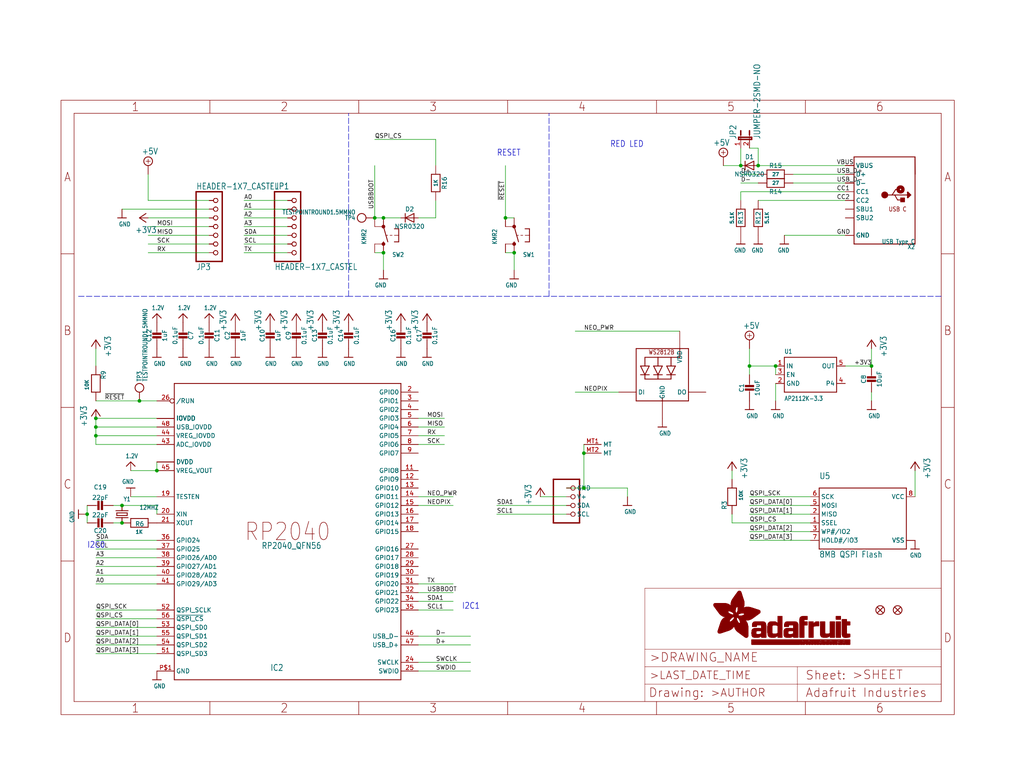
<source format=kicad_sch>
(kicad_sch (version 20211123) (generator eeschema)
  (paper "User" 298.45 228.168)
  (lib_symbols
    (symbol "schematicEagle-eagle-import:+3V3" (power)
      (property "Value" "+3V3" (at -2.54 -5.08 90))
      (symbol "+3V3_1_0"
        (pin power_in line (at 0 -2.54 90) (length 2.54) (name "+3V3") (number "1"))
      )
    )
    (symbol "schematicEagle-eagle-import:+5V" (power)
      (property "Value" "+5V" (at -1.905 3.175 0))
      (symbol "+5V_1_0"
        (pin power_in line (at 0 -2.54 90) (length 2.54) (name "+5V") (number "1"))
      )
    )
    (symbol "schematicEagle-eagle-import:1.2V" (power)
      (property "Value" "1.2V" (at -1.524 1.016 0))
      (symbol "1.2V_1_0"
        (pin power_in line (at 0 -2.54 90) (length 2.54) (name "1.2V") (number "1"))
      )
    )
    (symbol "schematicEagle-eagle-import:CAP_CERAMIC0603_NO"
      (property "Reference" "C" (at -2.29 1.25 90))
      (property "Value" "CAP_CERAMIC0603_NO" (at 2.3 1.25 90))
      (symbol "CAP_CERAMIC0603_NO_1_0"
        (pin passive line (at 0 5.08 270) (length 2.54) (name "1") (number "1"))
        (pin passive line (at 0 -2.54 90) (length 2.54) (name "2") (number "2"))
      )
    )
    (symbol "schematicEagle-eagle-import:CAP_CERAMIC0805-NOOUTLINE"
      (property "Reference" "C" (at -2.29 1.25 90))
      (property "Value" "CAP_CERAMIC0805-NOOUTLINE" (at 2.3 1.25 90))
      (symbol "CAP_CERAMIC0805-NOOUTLINE_1_0"
        (pin passive line (at 0 5.08 270) (length 2.54) (name "1") (number "1"))
        (pin passive line (at 0 -2.54 90) (length 2.54) (name "2") (number "2"))
      )
    )
    (symbol "schematicEagle-eagle-import:CAP_CERAMIC_0402NO"
      (property "Reference" "C" (at -2.29 1.25 90))
      (property "Value" "CAP_CERAMIC_0402NO" (at 2.3 1.25 90))
      (symbol "CAP_CERAMIC_0402NO_1_0"
        (pin passive line (at 0 5.08 270) (length 2.54) (name "1") (number "1"))
        (pin passive line (at 0 -2.54 90) (length 2.54) (name "2") (number "2"))
      )
    )
    (symbol "schematicEagle-eagle-import:CRYSTAL2.5X2.0"
      (property "Reference" "Y" (at -2.54 2.54 0))
      (property "Value" "CRYSTAL2.5X2.0" (at -2.54 -3.81 0))
      (symbol "CRYSTAL2.5X2.0_1_0"
        (pin passive line (at -2.54 0 0) (length 0) (name "1") (number "1"))
        (pin passive line (at 2.54 0 180) (length 0) (name "2") (number "3"))
      )
    )
    (symbol "schematicEagle-eagle-import:DIODE_SOD323MINI"
      (property "Reference" "D" (at 0 2.54 0))
      (property "Value" "DIODE_SOD323MINI" (at 0 -2.5 0))
      (symbol "DIODE_SOD323MINI_1_0"
        (pin passive line (at -2.54 0 0) (length 2.54) (name "A") (number "A"))
        (pin passive line (at 2.54 0 180) (length 2.54) (name "C") (number "C"))
      )
    )
    (symbol "schematicEagle-eagle-import:FIDUCIAL_1MM")
    (symbol "schematicEagle-eagle-import:FRAME_A4_ADAFRUIT"
      (symbol "FRAME_A4_ADAFRUIT_0_0"
        (text "1" (at 21.6958 1.905 0) (effects (font (size 2.54 2.286))))
        (text "1" (at 21.6958 177.165 0) (effects (font (size 2.54 2.286))))
        (text "2" (at 65.0875 1.905 0) (effects (font (size 2.54 2.286))))
        (text "2" (at 65.0875 177.165 0) (effects (font (size 2.54 2.286))))
        (text "3" (at 108.4792 1.905 0) (effects (font (size 2.54 2.286))))
        (text "3" (at 108.4792 177.165 0) (effects (font (size 2.54 2.286))))
        (text "4" (at 151.8708 1.905 0) (effects (font (size 2.54 2.286))))
        (text "4" (at 151.8708 177.165 0) (effects (font (size 2.54 2.286))))
        (text "5" (at 195.2625 1.905 0) (effects (font (size 2.54 2.286))))
        (text "5" (at 195.2625 177.165 0) (effects (font (size 2.54 2.286))))
        (text "6" (at 238.6542 1.905 0) (effects (font (size 2.54 2.286))))
        (text "6" (at 238.6542 177.165 0) (effects (font (size 2.54 2.286))))
        (text "A" (at 1.905 156.6863 0) (effects (font (size 2.54 2.286))))
        (text "A" (at 258.445 156.6863 0) (effects (font (size 2.54 2.286))))
        (text "B" (at 1.905 111.9188 0) (effects (font (size 2.54 2.286))))
        (text "B" (at 258.445 111.9188 0) (effects (font (size 2.54 2.286))))
        (text "C" (at 1.905 67.1513 0) (effects (font (size 2.54 2.286))))
        (text "C" (at 258.445 67.1513 0) (effects (font (size 2.54 2.286))))
        (text "D" (at 1.905 22.3838 0) (effects (font (size 2.54 2.286))))
        (text "D" (at 258.445 22.3838 0) (effects (font (size 2.54 2.286))))
      )
      (symbol "FRAME_A4_ADAFRUIT_1_0"
        (text ">AUTHOR" (at 189.23 5.08 0) (effects (font (size 2.286 2.286)) (justify left bottom)))
        (text ">DRAWING_NAME" (at 171.45 15.24 0) (effects (font (size 2.54 2.54)) (justify left bottom)))
        (text ">LAST_DATE_TIME" (at 171.45 10.16 0) (effects (font (size 2.286 2.286)) (justify left bottom)))
        (text ">SHEET" (at 230.505 10.16 0) (effects (font (size 2.54 2.54)) (justify left bottom)))
        (text "Adafruit Industries" (at 216.916 4.953 0) (effects (font (size 2.54 2.54)) (justify left bottom)))
        (text "Drawing:" (at 171.196 4.953 0) (effects (font (size 2.54 2.54)) (justify left bottom)))
        (text "Sheet:" (at 216.916 10.033 0) (effects (font (size 2.54 2.54)) (justify left bottom)))
      )
    )
    (symbol "schematicEagle-eagle-import:GND" (power)
      (property "Value" "GND" (at -1.524 -2.54 0))
      (symbol "GND_1_0"
        (pin power_in line (at 0 2.54 270) (length 2.54) (name "GND") (number "1"))
      )
    )
    (symbol "schematicEagle-eagle-import:HEADER-1X7_CASTEL"
      (property "Reference" "JP" (at -6.35 10.795 0))
      (property "Value" "HEADER-1X7_CASTEL" (at -6.35 -12.7 0))
      (symbol "HEADER-1X7_CASTEL_1_0"
        (pin passive inverted (at -2.54 7.62 0) (length 2.54) (name "1") (number "1"))
        (pin passive inverted (at -2.54 7.62 0) (length 2.54) (name "1") (number "1C"))
        (pin passive inverted (at -2.54 5.08 0) (length 2.54) (name "2") (number "2"))
        (pin passive inverted (at -2.54 5.08 0) (length 2.54) (name "2") (number "2C"))
        (pin passive inverted (at -2.54 2.54 0) (length 2.54) (name "3") (number "3"))
        (pin passive inverted (at -2.54 2.54 0) (length 2.54) (name "3") (number "3C"))
        (pin passive inverted (at -2.54 0 0) (length 2.54) (name "4") (number "4"))
        (pin passive inverted (at -2.54 0 0) (length 2.54) (name "4") (number "4C"))
        (pin passive inverted (at -2.54 -2.54 0) (length 2.54) (name "5") (number "5"))
        (pin passive inverted (at -2.54 -2.54 0) (length 2.54) (name "5") (number "5C"))
        (pin passive inverted (at -2.54 -5.08 0) (length 2.54) (name "6") (number "6"))
        (pin passive inverted (at -2.54 -5.08 0) (length 2.54) (name "6") (number "6C"))
        (pin passive inverted (at -2.54 -7.62 0) (length 2.54) (name "7") (number "7"))
        (pin passive inverted (at -2.54 -7.62 0) (length 2.54) (name "7") (number "7C"))
      )
    )
    (symbol "schematicEagle-eagle-import:JUMPER-2SMD-NO"
      (property "Reference" "JP" (at -1.27 0 90))
      (property "Value" "JUMPER-2SMD-NO" (at 5.715 0 90))
      (symbol "JUMPER-2SMD-NO_1_0"
        (pin passive line (at 0 -2.54 90) (length 2.54) (name "1") (number "1"))
        (pin passive line (at 2.54 -2.54 90) (length 2.54) (name "2") (number "2"))
      )
    )
    (symbol "schematicEagle-eagle-import:RESISTOR_0402NO"
      (property "Reference" "R" (at 0 2.54 0))
      (property "Value" "RESISTOR_0402NO" (at 0 0 0))
      (symbol "RESISTOR_0402NO_1_0"
        (pin passive line (at -5.08 0 0) (length 2.54) (name "1") (number "1"))
        (pin passive line (at 5.08 0 180) (length 2.54) (name "2") (number "2"))
      )
    )
    (symbol "schematicEagle-eagle-import:RP2040_QFN56"
      (property "Reference" "IC" (at -5.08 -40.64 0))
      (property "Value" "RP2040_QFN56" (at -27.94 45.72 0))
      (symbol "RP2040_QFN56_1_0"
        (text "RP2040" (at 0 0 0) (effects (font (size 5.08 4.318))))
        (pin power_in line (at -38.1 33.02 0) (length 5.08) (name "IOVDD") (number "1"))
        (pin power_in line (at -38.1 33.02 0) (length 5.08) (name "IOVDD") (number "10"))
        (pin bidirectional line (at 38.1 17.78 180) (length 5.08) (name "GPIO8") (number "11"))
        (pin bidirectional line (at 38.1 15.24 180) (length 5.08) (name "GPIO9") (number "12"))
        (pin bidirectional line (at 38.1 12.7 180) (length 5.08) (name "GPIO10") (number "13"))
        (pin bidirectional line (at 38.1 10.16 180) (length 5.08) (name "GPIO11") (number "14"))
        (pin bidirectional line (at 38.1 7.62 180) (length 5.08) (name "GPIO12") (number "15"))
        (pin bidirectional line (at 38.1 5.08 180) (length 5.08) (name "GPIO13") (number "16"))
        (pin bidirectional line (at 38.1 2.54 180) (length 5.08) (name "GPIO14") (number "17"))
        (pin bidirectional line (at 38.1 0 180) (length 5.08) (name "GPIO15") (number "18"))
        (pin input line (at -38.1 10.16 0) (length 5.08) (name "TESTEN") (number "19"))
        (pin bidirectional line (at 38.1 40.64 180) (length 5.08) (name "GPIO0") (number "2"))
        (pin input line (at -38.1 5.08 0) (length 5.08) (name "XIN") (number "20"))
        (pin output line (at -38.1 2.54 0) (length 5.08) (name "XOUT") (number "21"))
        (pin power_in line (at -38.1 33.02 0) (length 5.08) (name "IOVDD") (number "22"))
        (pin power_in line (at -38.1 20.32 0) (length 5.08) (name "DVDD") (number "23"))
        (pin bidirectional line (at 38.1 -38.1 180) (length 5.08) (name "SWCLK") (number "24"))
        (pin bidirectional line (at 38.1 -40.64 180) (length 5.08) (name "SWDIO") (number "25"))
        (pin bidirectional inverted (at -38.1 38.1 0) (length 5.08) (name "/RUN") (number "26"))
        (pin bidirectional line (at 38.1 -5.08 180) (length 5.08) (name "GPIO16") (number "27"))
        (pin bidirectional line (at 38.1 -7.62 180) (length 5.08) (name "GPIO17") (number "28"))
        (pin bidirectional line (at 38.1 -10.16 180) (length 5.08) (name "GPIO18") (number "29"))
        (pin bidirectional line (at 38.1 38.1 180) (length 5.08) (name "GPIO1") (number "3"))
        (pin bidirectional line (at 38.1 -12.7 180) (length 5.08) (name "GPIO19") (number "30"))
        (pin bidirectional line (at 38.1 -15.24 180) (length 5.08) (name "GPIO20") (number "31"))
        (pin bidirectional line (at 38.1 -17.78 180) (length 5.08) (name "GPIO21") (number "32"))
        (pin power_in line (at -38.1 33.02 0) (length 5.08) (name "IOVDD") (number "33"))
        (pin bidirectional line (at 38.1 -20.32 180) (length 5.08) (name "GPIO22") (number "34"))
        (pin bidirectional line (at 38.1 -22.86 180) (length 5.08) (name "GPIO23") (number "35"))
        (pin bidirectional line (at -38.1 -2.54 0) (length 5.08) (name "GPIO24") (number "36"))
        (pin bidirectional line (at -38.1 -5.08 0) (length 5.08) (name "GPIO25") (number "37"))
        (pin bidirectional line (at -38.1 -7.62 0) (length 5.08) (name "GPIO26/AD0") (number "38"))
        (pin bidirectional line (at -38.1 -10.16 0) (length 5.08) (name "GPIO27/AD1") (number "39"))
        (pin bidirectional line (at 38.1 35.56 180) (length 5.08) (name "GPIO2") (number "4"))
        (pin bidirectional line (at -38.1 -12.7 0) (length 5.08) (name "GPIO28/AD2") (number "40"))
        (pin bidirectional line (at -38.1 -15.24 0) (length 5.08) (name "GPIO29/AD3") (number "41"))
        (pin power_in line (at -38.1 33.02 0) (length 5.08) (name "IOVDD") (number "42"))
        (pin power_in line (at -38.1 25.4 0) (length 5.08) (name "ADC_IOVDD") (number "43"))
        (pin power_in line (at -38.1 27.94 0) (length 5.08) (name "VREG_IOVDD") (number "44"))
        (pin power_in line (at -38.1 17.78 0) (length 5.08) (name "VREG_VOUT") (number "45"))
        (pin bidirectional line (at 38.1 -30.48 180) (length 5.08) (name "USB_D-") (number "46"))
        (pin bidirectional line (at 38.1 -33.02 180) (length 5.08) (name "USB_D+") (number "47"))
        (pin power_in line (at -38.1 30.48 0) (length 5.08) (name "USB_IOVDD") (number "48"))
        (pin power_in line (at -38.1 33.02 0) (length 5.08) (name "IOVDD") (number "49"))
        (pin bidirectional line (at 38.1 33.02 180) (length 5.08) (name "GPIO3") (number "5"))
        (pin power_in line (at -38.1 20.32 0) (length 5.08) (name "DVDD") (number "50"))
        (pin bidirectional line (at -38.1 -35.56 0) (length 5.08) (name "QSPI_SD3") (number "51"))
        (pin bidirectional line (at -38.1 -22.86 0) (length 5.08) (name "QSPI_SCLK") (number "52"))
        (pin bidirectional line (at -38.1 -27.94 0) (length 5.08) (name "QSPI_SD0") (number "53"))
        (pin bidirectional line (at -38.1 -33.02 0) (length 5.08) (name "QSPI_SD2") (number "54"))
        (pin bidirectional line (at -38.1 -30.48 0) (length 5.08) (name "QSPI_SD1") (number "55"))
        (pin bidirectional line (at -38.1 -25.4 0) (length 5.08) (name "~{QSPI_CS}") (number "56"))
        (pin bidirectional line (at 38.1 30.48 180) (length 5.08) (name "GPIO4") (number "6"))
        (pin bidirectional line (at 38.1 27.94 180) (length 5.08) (name "GPIO5") (number "7"))
        (pin bidirectional line (at 38.1 25.4 180) (length 5.08) (name "GPIO6") (number "8"))
        (pin bidirectional line (at 38.1 22.86 180) (length 5.08) (name "GPIO7") (number "9"))
        (pin power_in line (at -38.1 -40.64 0) (length 5.08) (name "GND") (number "P$1"))
      )
    )
    (symbol "schematicEagle-eagle-import:SPIFLASH_8PIN_4X4"
      (property "Reference" "U" (at -12.7 12.7 0))
      (property "Value" "SPIFLASH_8PIN_4X4" (at -12.7 -10.16 0))
      (symbol "SPIFLASH_8PIN_4X4_1_0"
        (pin bidirectional line (at -15.24 0 0) (length 2.54) (name "SSEL") (number "1"))
        (pin bidirectional line (at -15.24 2.54 0) (length 2.54) (name "MISO") (number "2"))
        (pin bidirectional line (at -15.24 -2.54 0) (length 2.54) (name "WP#/IO2") (number "3"))
        (pin bidirectional line (at 15.24 -5.08 180) (length 2.54) (name "VSS") (number "4"))
        (pin bidirectional line (at -15.24 5.08 0) (length 2.54) (name "MOSI") (number "5"))
        (pin bidirectional line (at -15.24 7.62 0) (length 2.54) (name "SCK") (number "6"))
        (pin bidirectional line (at -15.24 -5.08 0) (length 2.54) (name "HOLD#/IO3") (number "7"))
        (pin bidirectional line (at 15.24 7.62 180) (length 2.54) (name "VCC") (number "8"))
        (pin bidirectional line (at 15.24 -5.08 180) (length 2.54) (name "VSS") (number "PAD"))
      )
    )
    (symbol "schematicEagle-eagle-import:STEMMA_I2C_QTSKINNY"
      (symbol "STEMMA_I2C_QTSKINNY_1_0"
        (pin passive inverted (at 0 5.08 0) (length 2.54) (name "GND") (number "1"))
        (pin passive inverted (at 0 2.54 0) (length 2.54) (name "V+") (number "2"))
        (pin passive inverted (at 0 0 0) (length 2.54) (name "SDA") (number "3"))
        (pin passive inverted (at 0 -2.54 0) (length 2.54) (name "SCL") (number "4"))
      )
      (symbol "STEMMA_I2C_QTSKINNY_2_0"
        (pin bidirectional line (at 0 0 0) (length 5.08) (name "MT") (number "MT1"))
      )
      (symbol "STEMMA_I2C_QTSKINNY_3_0"
        (pin bidirectional line (at 0 0 0) (length 5.08) (name "MT") (number "MT2"))
      )
    )
    (symbol "schematicEagle-eagle-import:SWITCH_TACT_SMT4.6X2.8"
      (property "Reference" "SW" (at -2.54 6.35 0))
      (property "Value" "SWITCH_TACT_SMT4.6X2.8" (at -2.54 -5.08 0))
      (symbol "SWITCH_TACT_SMT4.6X2.8_1_0"
        (pin passive line (at -5.08 0 0) (length 2.54) (name "P") (number "A"))
        (pin passive line (at -5.08 -2.54 0) (length 2.54) (name "P1") (number "A'"))
        (pin passive line (at 5.08 0 180) (length 2.54) (name "S") (number "B"))
        (pin passive line (at 5.08 -2.54 180) (length 2.54) (name "S1") (number "B'"))
      )
    )
    (symbol "schematicEagle-eagle-import:TESTPOINTROUND1.5MMNO"
      (property "Reference" "TP" (at 0 5.588 90))
      (property "Value" "TESTPOINTROUND1.5MMNO" (at 1.651 5.588 90))
      (symbol "TESTPOINTROUND1.5MMNO_1_0"
        (pin bidirectional line (at 0 0 90) (length 2.54) (name "P$1") (number "P$1"))
      )
    )
    (symbol "schematicEagle-eagle-import:USB_C"
      (property "Reference" "X" (at -10.16 13.716 0))
      (property "Value" "USB_C" (at -10.16 -15.24 0))
      (symbol "USB_C_1_0"
        (text "USB C" (at -5.08 -2.54 0) (effects (font (size 1.27 1.0795))))
        (pin power_in line (at 10.16 -10.16 180) (length 2.54) (name "GND") (number "A1B12"))
        (pin power_in line (at 10.16 10.16 180) (length 2.54) (name "VBUS") (number "A4B9"))
        (pin bidirectional line (at 10.16 2.54 180) (length 2.54) (name "CC1") (number "A5"))
        (pin bidirectional line (at 10.16 7.62 180) (length 2.54) (name "D+") (number "A6"))
        (pin bidirectional line (at 10.16 5.08 180) (length 2.54) (name "D-") (number "A7"))
        (pin bidirectional line (at 10.16 -2.54 180) (length 2.54) (name "SBU1") (number "A8"))
        (pin power_in line (at 10.16 -10.16 180) (length 2.54) (name "GND") (number "B1A12"))
        (pin power_in line (at 10.16 10.16 180) (length 2.54) (name "VBUS") (number "B4A9"))
        (pin bidirectional line (at 10.16 0 180) (length 2.54) (name "CC2") (number "B5"))
        (pin bidirectional line (at 10.16 7.62 180) (length 2.54) (name "D+") (number "B6"))
        (pin bidirectional line (at 10.16 5.08 180) (length 2.54) (name "D-") (number "B7"))
        (pin bidirectional line (at 10.16 -5.08 180) (length 2.54) (name "SBU2") (number "B8"))
      )
    )
    (symbol "schematicEagle-eagle-import:VREG_SOT23-5"
      (property "Reference" "U" (at -7.62 6.096 0))
      (property "Value" "VREG_SOT23-5" (at -7.62 -7.62 0))
      (symbol "VREG_SOT23-5_1_0"
        (pin power_in line (at -10.16 2.54 0) (length 2.54) (name "IN") (number "1"))
        (pin power_in line (at -10.16 -2.54 0) (length 2.54) (name "GND") (number "2"))
        (pin input line (at -10.16 0 0) (length 2.54) (name "EN") (number "3"))
        (pin bidirectional line (at 10.16 -2.54 180) (length 2.54) (name "P4") (number "4"))
        (pin power_in line (at 10.16 2.54 180) (length 2.54) (name "OUT") (number "5"))
      )
    )
    (symbol "schematicEagle-eagle-import:WS2812B_SK6805_1515"
      (symbol "WS2812B_SK6805_1515_1_0"
        (text "WS2812B" (at -4.064 8.382 0) (effects (font (size 1.27 1.0795)) (justify left bottom)))
        (pin input line (at -12.7 -2.54 0) (length 5.08) (name "DI") (number "1"))
        (pin power_in line (at 5.08 15.24 270) (length 5.08) (name "VDD") (number "2"))
        (pin output line (at 12.7 -2.54 180) (length 5.08) (name "DO") (number "3"))
        (pin power_in line (at 0 -10.16 90) (length 5.08) (name "GND") (number "4"))
      )
    )
  )
  (junction (at 35.56 152.4))
  (junction (at 27.94 124.46))
  (junction (at 35.56 147.32))
  (junction (at 220.98 48.26))
  (junction (at 149.86 73.66))
  (junction (at 215.9 48.26))
  (junction (at 25.4 149.86))
  (junction (at 226.06 106.68))
  (junction (at 218.44 106.68))
  (junction (at 45.72 137.16))
  (junction (at 254 106.68))
  (junction (at 111.76 63.5))
  (junction (at 170.18 142.24))
  (junction (at 40.64 116.84))
  (junction (at 111.76 73.66))
  (junction (at 170.18 132.08))
  (junction (at 109.22 63.5))
  (junction (at 147.32 63.5))
  (junction (at 27.94 127))
  (junction (at 27.94 121.92))
  (wire (pts (xy 213.36 149.86) (xy 213.36 152.4)))
  (wire (pts (xy 45.72 177.8) (xy 27.94 177.8)))
  (wire (pts (xy 83.82 73.66) (xy 71.12 73.66)))
  (wire (pts (xy 121.92 185.42) (xy 137.16 185.42)))
  (wire (pts (xy 71.12 68.58) (xy 83.82 68.58)))
  (wire (pts (xy 121.92 127) (xy 129.54 127)))
  (wire (pts (xy 132.08 177.8) (xy 121.92 177.8)))
  (wire (pts (xy 45.72 167.64) (xy 27.94 167.64)))
  (wire (pts (xy 213.36 137.16) (xy 213.36 139.7)))
  (wire (pts (xy 215.9 48.26) (xy 210.82 48.26)))
  (wire (pts (xy 45.72 134.62) (xy 45.72 137.16)))
  (wire (pts (xy 236.22 144.78) (xy 218.44 144.78)))
  (wire (pts (xy 83.82 60.96) (xy 71.12 60.96)))
  (wire (pts (xy 226.06 109.22) (xy 226.06 106.68)))
  (wire (pts (xy 218.44 109.22) (xy 218.44 106.68)))
  (wire (pts (xy 180.34 114.3) (xy 167.64 114.3)))
  (wire (pts (xy 246.38 55.88) (xy 215.9 55.88)))
  (wire (pts (xy 218.44 101.6) (xy 218.44 106.68)))
  (polyline (pts (xy 101.6 86.36) (xy 101.6 33.02)))
  (wire (pts (xy 45.72 157.48) (xy 27.94 157.48)))
  (wire (pts (xy 215.9 55.88) (xy 215.9 58.42)))
  (wire (pts (xy 228.6 68.58) (xy 246.38 68.58)))
  (wire (pts (xy 60.96 63.5) (xy 43.18 63.5)))
  (wire (pts (xy 27.94 165.1) (xy 45.72 165.1)))
  (wire (pts (xy 38.1 137.16) (xy 45.72 137.16)))
  (wire (pts (xy 27.94 190.5) (xy 45.72 190.5)))
  (wire (pts (xy 127 40.64) (xy 109.22 40.64)))
  (wire (pts (xy 60.96 73.66) (xy 43.18 73.66)))
  (wire (pts (xy 27.94 182.88) (xy 45.72 182.88)))
  (wire (pts (xy 33.02 152.4) (xy 35.56 152.4)))
  (wire (pts (xy 111.76 73.66) (xy 111.76 78.74)))
  (wire (pts (xy 27.94 101.6) (xy 27.94 106.68)))
  (wire (pts (xy 246.38 58.42) (xy 220.98 58.42)))
  (wire (pts (xy 27.94 170.18) (xy 45.72 170.18)))
  (wire (pts (xy 60.96 58.42) (xy 43.18 58.42)))
  (wire (pts (xy 213.36 152.4) (xy 236.22 152.4)))
  (wire (pts (xy 45.72 129.54) (xy 27.94 129.54)))
  (wire (pts (xy 220.98 43.18) (xy 220.98 48.26)))
  (wire (pts (xy 45.72 180.34) (xy 27.94 180.34)))
  (wire (pts (xy 60.96 66.04) (xy 43.18 66.04)))
  (wire (pts (xy 127 63.5) (xy 127 58.42)))
  (wire (pts (xy 231.14 53.34) (xy 246.38 53.34)))
  (wire (pts (xy 40.64 116.84) (xy 27.94 116.84)))
  (wire (pts (xy 27.94 124.46) (xy 27.94 121.92)))
  (wire (pts (xy 254 101.6) (xy 254 106.68)))
  (wire (pts (xy 43.18 58.42) (xy 43.18 50.8)))
  (wire (pts (xy 27.94 129.54) (xy 27.94 127)))
  (polyline (pts (xy 160.02 86.36) (xy 160.02 33.02)))
  (wire (pts (xy 25.4 149.86) (xy 25.4 147.32)))
  (wire (pts (xy 220.98 48.26) (xy 246.38 48.26)))
  (wire (pts (xy 121.92 172.72) (xy 132.08 172.72)))
  (wire (pts (xy 218.44 147.32) (xy 236.22 147.32)))
  (wire (pts (xy 27.94 185.42) (xy 45.72 185.42)))
  (wire (pts (xy 165.1 147.32) (xy 144.78 147.32)))
  (wire (pts (xy 127 48.26) (xy 127 40.64)))
  (wire (pts (xy 121.92 195.58) (xy 137.16 195.58)))
  (wire (pts (xy 215.9 53.34) (xy 220.98 53.34)))
  (wire (pts (xy 165.1 144.78) (xy 157.48 144.78)))
  (wire (pts (xy 147.32 63.5) (xy 147.32 48.26)))
  (wire (pts (xy 111.76 63.5) (xy 116.84 63.5)))
  (wire (pts (xy 45.72 116.84) (xy 40.64 116.84)))
  (polyline (pts (xy 160.02 86.36) (xy 101.6 86.36)))
  (wire (pts (xy 45.72 121.92) (xy 27.94 121.92)))
  (wire (pts (xy 60.96 68.58) (xy 43.18 68.58)))
  (wire (pts (xy 27.94 127) (xy 27.94 124.46)))
  (wire (pts (xy 121.92 63.5) (xy 127 63.5)))
  (wire (pts (xy 226.06 111.76) (xy 226.06 116.84)))
  (wire (pts (xy 60.96 71.12) (xy 43.18 71.12)))
  (wire (pts (xy 218.44 106.68) (xy 226.06 106.68)))
  (wire (pts (xy 71.12 63.5) (xy 83.82 63.5)))
  (polyline (pts (xy 274.32 86.36) (xy 160.02 86.36)))
  (wire (pts (xy 121.92 129.54) (xy 129.54 129.54)))
  (wire (pts (xy 109.22 73.66) (xy 111.76 73.66)))
  (wire (pts (xy 149.86 63.5) (xy 147.32 63.5)))
  (wire (pts (xy 111.76 63.5) (xy 109.22 63.5)))
  (wire (pts (xy 121.92 170.18) (xy 132.08 170.18)))
  (wire (pts (xy 27.94 187.96) (xy 45.72 187.96)))
  (wire (pts (xy 25.4 152.4) (xy 25.4 149.86)))
  (wire (pts (xy 45.72 127) (xy 27.94 127)))
  (wire (pts (xy 182.88 142.24) (xy 182.88 144.78)))
  (wire (pts (xy 83.82 66.04) (xy 71.12 66.04)))
  (wire (pts (xy 165.1 149.86) (xy 144.78 149.86)))
  (wire (pts (xy 60.96 60.96) (xy 35.56 60.96)))
  (wire (pts (xy 170.18 132.08) (xy 170.18 142.24)))
  (wire (pts (xy 121.92 121.92) (xy 129.54 121.92)))
  (wire (pts (xy 121.92 147.32) (xy 132.08 147.32)))
  (wire (pts (xy 236.22 149.86) (xy 218.44 149.86)))
  (wire (pts (xy 220.98 50.8) (xy 215.9 50.8)))
  (wire (pts (xy 246.38 106.68) (xy 254 106.68)))
  (wire (pts (xy 121.92 187.96) (xy 137.16 187.96)))
  (wire (pts (xy 71.12 58.42) (xy 83.82 58.42)))
  (wire (pts (xy 121.92 175.26) (xy 132.08 175.26)))
  (wire (pts (xy 215.9 48.26) (xy 215.9 43.18)))
  (wire (pts (xy 45.72 162.56) (xy 27.94 162.56)))
  (wire (pts (xy 198.12 96.52) (xy 167.64 96.52)))
  (wire (pts (xy 137.16 193.04) (xy 121.92 193.04)))
  (wire (pts (xy 246.38 50.8) (xy 231.14 50.8)))
  (wire (pts (xy 165.1 142.24) (xy 170.18 142.24)))
  (wire (pts (xy 27.94 160.02) (xy 45.72 160.02)))
  (wire (pts (xy 45.72 144.78) (xy 38.1 144.78)))
  (wire (pts (xy 236.22 154.94) (xy 218.44 154.94)))
  (wire (pts (xy 147.32 73.66) (xy 149.86 73.66)))
  (wire (pts (xy 121.92 144.78) (xy 132.08 144.78)))
  (polyline (pts (xy 22.86 86.36) (xy 101.6 86.36)))
  (wire (pts (xy 45.72 147.32) (xy 45.72 149.86)))
  (wire (pts (xy 35.56 147.32) (xy 33.02 147.32)))
  (wire (pts (xy 83.82 71.12) (xy 71.12 71.12)))
  (wire (pts (xy 45.72 124.46) (xy 27.94 124.46)))
  (wire (pts (xy 218.44 43.18) (xy 220.98 43.18)))
  (wire (pts (xy 170.18 142.24) (xy 182.88 142.24)))
  (wire (pts (xy 149.86 73.66) (xy 149.86 78.74)))
  (wire (pts (xy 218.44 157.48) (xy 236.22 157.48)))
  (wire (pts (xy 266.7 137.16) (xy 266.7 144.78)))
  (wire (pts (xy 254 116.84) (xy 254 114.3)))
  (wire (pts (xy 170.18 129.54) (xy 170.18 132.08)))
  (wire (pts (xy 35.56 147.32) (xy 45.72 147.32)))
  (wire (pts (xy 109.22 63.5) (xy 109.22 48.26)))
  (wire (pts (xy 121.92 124.46) (xy 129.54 124.46)))
  (text "I2C1" (at 134.62 177.8 180) (effects (font (size 1.778 1.5113)) (justify left bottom)))
  (text "I2C0" (at 25.4 160.02 180) (effects (font (size 1.778 1.5113)) (justify left bottom)))
  (text "RED LED" (at 177.8 43.18 180) (effects (font (size 1.778 1.5113)) (justify left bottom)))
  (text "RESET" (at 144.78 45.72 180) (effects (font (size 1.778 1.5113)) (justify left bottom)))
  (label "SCK" (at 124.46 129.54 0) (effects (font (size 1.2446 1.2446))))
  (label "USB_D+" (at 243.84 50.8 0) (effects (font (size 1.2446 1.2446))))
  (label "QSPI_DATA[0]" (at 27.94 182.88 0) (effects (font (size 1.2446 1.2446))))
  (label "QSPI_DATA[3]" (at 27.94 190.5 0) (effects (font (size 1.2446 1.2446))))
  (label "QSPI_DATA[1]" (at 27.94 185.42 0) (effects (font (size 1.2446 1.2446))))
  (label "QSPI_CS" (at 27.94 180.34 0) (effects (font (size 1.2446 1.2446))))
  (label "QSPI_DATA[1]" (at 218.44 149.86 0) (effects (font (size 1.2446 1.2446))))
  (label "A2" (at 71.12 63.5 0) (effects (font (size 1.2446 1.2446))))
  (label "SCK" (at 45.72 71.12 0) (effects (font (size 1.2446 1.2446))))
  (label "D+" (at 215.9 50.8 0) (effects (font (size 1.2446 1.2446))))
  (label "D-" (at 215.9 53.34 0) (effects (font (size 1.2446 1.2446))))
  (label "USBBOOT" (at 109.22 60.96 90) (effects (font (size 1.2446 1.2446))))
  (label "QSPI_SCK" (at 218.44 144.78 0) (effects (font (size 1.2446 1.2446))))
  (label "NEO_PWR" (at 124.46 144.78 0) (effects (font (size 1.2446 1.2446))))
  (label "A2" (at 27.94 165.1 0) (effects (font (size 1.2446 1.2446))))
  (label "TX" (at 124.46 170.18 0) (effects (font (size 1.2446 1.2446))))
  (label "NEO_PWR" (at 170.18 96.52 0) (effects (font (size 1.2446 1.2446))))
  (label "A1" (at 71.12 60.96 0) (effects (font (size 1.2446 1.2446))))
  (label "~{RESET}" (at 30.48 116.84 0) (effects (font (size 1.2446 1.2446))))
  (label "SDA" (at 71.12 68.58 0) (effects (font (size 1.2446 1.2446))))
  (label "QSPI_SCK" (at 27.94 177.8 0) (effects (font (size 1.2446 1.2446))))
  (label "RX" (at 45.72 73.66 0) (effects (font (size 1.2446 1.2446))))
  (label "GND" (at 243.84 68.58 0) (effects (font (size 1.2446 1.2446))))
  (label "A3" (at 27.94 162.56 0) (effects (font (size 1.2446 1.2446))))
  (label "USB_D-" (at 243.84 53.34 0) (effects (font (size 1.2446 1.2446))))
  (label "SWDIO" (at 127 195.58 0) (effects (font (size 1.2446 1.2446))))
  (label "QSPI_DATA[2]" (at 218.44 154.94 0) (effects (font (size 1.2446 1.2446))))
  (label "A0" (at 27.94 170.18 0) (effects (font (size 1.2446 1.2446))))
  (label "SCL1" (at 124.46 177.8 0) (effects (font (size 1.2446 1.2446))))
  (label "MOSI" (at 45.72 66.04 0) (effects (font (size 1.2446 1.2446))))
  (label "QSPI_DATA[3]" (at 218.44 157.48 0) (effects (font (size 1.2446 1.2446))))
  (label "~{RESET}" (at 147.32 58.42 90) (effects (font (size 1.2446 1.2446))))
  (label "SDA" (at 27.94 157.48 0) (effects (font (size 1.2446 1.2446))))
  (label "QSPI_DATA[0]" (at 218.44 147.32 0) (effects (font (size 1.2446 1.2446))))
  (label "A0" (at 71.12 58.42 0) (effects (font (size 1.2446 1.2446))))
  (label "CC1" (at 243.84 55.88 0) (effects (font (size 1.2446 1.2446))))
  (label "+3V3" (at 248.92 106.68 0) (effects (font (size 1.2446 1.2446))))
  (label "A3" (at 71.12 66.04 0) (effects (font (size 1.2446 1.2446))))
  (label "CC2" (at 243.84 58.42 0) (effects (font (size 1.2446 1.2446))))
  (label "SDA1" (at 124.46 175.26 0) (effects (font (size 1.2446 1.2446))))
  (label "SDA1" (at 144.78 147.32 0) (effects (font (size 1.2446 1.2446))))
  (label "SCL" (at 71.12 71.12 0) (effects (font (size 1.2446 1.2446))))
  (label "A1" (at 27.94 167.64 0) (effects (font (size 1.2446 1.2446))))
  (label "NEOPIX" (at 124.46 147.32 0) (effects (font (size 1.2446 1.2446))))
  (label "D-" (at 127 185.42 0) (effects (font (size 1.2446 1.2446))))
  (label "D+" (at 127 187.96 0) (effects (font (size 1.2446 1.2446))))
  (label "RX" (at 124.46 127 0) (effects (font (size 1.2446 1.2446))))
  (label "NEOPIX" (at 170.18 114.3 0) (effects (font (size 1.2446 1.2446))))
  (label "MISO" (at 124.46 124.46 0) (effects (font (size 1.2446 1.2446))))
  (label "USBBOOT" (at 124.46 172.72 0) (effects (font (size 1.2446 1.2446))))
  (label "QSPI_CS" (at 109.22 40.64 0) (effects (font (size 1.2446 1.2446))))
  (label "VBUS" (at 243.84 48.26 0) (effects (font (size 1.2446 1.2446))))
  (label "SWCLK" (at 127 193.04 0) (effects (font (size 1.2446 1.2446))))
  (label "QSPI_CS" (at 218.44 152.4 0) (effects (font (size 1.2446 1.2446))))
  (label "SCL" (at 27.94 160.02 0) (effects (font (size 1.2446 1.2446))))
  (label "SCL1" (at 144.78 149.86 0) (effects (font (size 1.2446 1.2446))))
  (label "TX" (at 71.12 73.66 0) (effects (font (size 1.2446 1.2446))))
  (label "MOSI" (at 124.46 121.92 0) (effects (font (size 1.2446 1.2446))))
  (label "MISO" (at 45.72 68.58 0) (effects (font (size 1.2446 1.2446))))
  (label "QSPI_DATA[2]" (at 27.94 187.96 0) (effects (font (size 1.2446 1.2446))))
  (symbol (lib_id "schematicEagle-eagle-import:RESISTOR_0402NO") (at 220.98 63.5 270) (mirror x) (unit 1)
    (property "Reference" "R12" (at 220.98 63.5 0))
    (property "Value" "5.1K" (at 223.52 63.5 0) (effects (font (size 1.016 1.016) bold)))
    (property "Footprint" "schematicEagle:_0402NO" (effects hide))
  )
  (symbol (lib_id "schematicEagle-eagle-import:CAP_CERAMIC_0402NO") (at 86.36 99.06 0) (unit 1)
    (property "Reference" "C9" (at 84.07 97.81 90))
    (property "Value" "0.1uF" (at 88.66 97.81 90))
    (property "Footprint" "schematicEagle:_0402NO" (effects hide))
  )
  (symbol (lib_id "schematicEagle-eagle-import:+3V3") (at 254 99.06 0) (mirror y) (unit 1)
    (property "Reference" "#+3V1" (effects hide))
    (property "Value" "+3V3" (at 256.54 104.14 90) (effects (font (size 1.778 1.5113)) (justify left bottom)))
    (property "Footprint" "schematicEagle:" (effects hide))
  )
  (symbol (lib_id "schematicEagle-eagle-import:+3V3") (at 78.74 91.44 0) (unit 1)
    (property "Reference" "#+3V10" (effects hide))
    (property "Value" "+3V3" (at 76.2 96.52 90) (effects (font (size 1.778 1.5113)) (justify left bottom)))
    (property "Footprint" "schematicEagle:" (effects hide))
  )
  (symbol (lib_id "schematicEagle-eagle-import:CAP_CERAMIC0603_NO") (at 68.58 99.06 0) (unit 1)
    (property "Reference" "C2" (at 66.29 97.81 90))
    (property "Value" "1uF" (at 70.88 97.81 90))
    (property "Footprint" "schematicEagle:0603-NO" (effects hide))
  )
  (symbol (lib_id "schematicEagle-eagle-import:FIDUCIAL_1MM") (at 256.54 177.8 0) (unit 1)
    (property "Reference" "U$8" (effects hide))
    (property "Value" "FIDUCIAL_1MM" (effects hide))
    (property "Footprint" "schematicEagle:FIDUCIAL_1MM" (effects hide))
  )
  (symbol (lib_id "schematicEagle-eagle-import:CAP_CERAMIC_0402NO") (at 93.98 99.06 0) (unit 1)
    (property "Reference" "C13" (at 91.69 97.81 90))
    (property "Value" "0.1uF" (at 96.28 97.81 90))
    (property "Footprint" "schematicEagle:_0402NO" (effects hide))
  )
  (symbol (lib_id "schematicEagle-eagle-import:+3V3") (at 157.48 142.24 0) (unit 1)
    (property "Reference" "#+3V4" (effects hide))
    (property "Value" "+3V3" (at 154.94 147.32 90) (effects (font (size 1.778 1.5113)) (justify left bottom)))
    (property "Footprint" "schematicEagle:" (effects hide))
  )
  (symbol (lib_id "schematicEagle-eagle-import:+3V3") (at 93.98 91.44 0) (unit 1)
    (property "Reference" "#+3V12" (effects hide))
    (property "Value" "+3V3" (at 91.44 96.52 90) (effects (font (size 1.778 1.5113)) (justify left bottom)))
    (property "Footprint" "schematicEagle:" (effects hide))
  )
  (symbol (lib_id "schematicEagle-eagle-import:GND") (at 60.96 104.14 0) (mirror y) (unit 1)
    (property "Reference" "#GND20" (effects hide))
    (property "Value" "GND" (at 63.5 106.68 0) (effects (font (size 1.27 1.0795)) (justify left bottom)))
    (property "Footprint" "schematicEagle:" (effects hide))
  )
  (symbol (lib_id "schematicEagle-eagle-import:1.2V") (at 60.96 91.44 0) (unit 1)
    (property "Reference" "#U$45" (effects hide))
    (property "Value" "1.2V" (at 59.436 90.424 0) (effects (font (size 1.27 1.0795)) (justify left bottom)))
    (property "Footprint" "schematicEagle:" (effects hide))
  )
  (symbol (lib_id "schematicEagle-eagle-import:GND") (at 254 119.38 0) (mirror y) (unit 1)
    (property "Reference" "#GND12" (effects hide))
    (property "Value" "GND" (at 256.54 121.92 0) (effects (font (size 1.27 1.0795)) (justify left bottom)))
    (property "Footprint" "schematicEagle:" (effects hide))
  )
  (symbol (lib_id "schematicEagle-eagle-import:+3V3") (at 101.6 91.44 0) (unit 1)
    (property "Reference" "#+3V13" (effects hide))
    (property "Value" "+3V3" (at 99.06 96.52 90) (effects (font (size 1.778 1.5113)) (justify left bottom)))
    (property "Footprint" "schematicEagle:" (effects hide))
  )
  (symbol (lib_id "schematicEagle-eagle-import:RESISTOR_0402NO") (at 226.06 50.8 0) (mirror y) (unit 1)
    (property "Reference" "R15" (at 226.06 48.26 0))
    (property "Value" "27" (at 226.06 50.8 0) (effects (font (size 1.016 1.016) bold)))
    (property "Footprint" "schematicEagle:_0402NO" (effects hide))
  )
  (symbol (lib_id "schematicEagle-eagle-import:CAP_CERAMIC_0402NO") (at 116.84 99.06 0) (unit 1)
    (property "Reference" "C16" (at 114.55 97.81 90))
    (property "Value" "0.1uF" (at 119.14 97.81 90))
    (property "Footprint" "schematicEagle:_0402NO" (effects hide))
  )
  (symbol (lib_id "schematicEagle-eagle-import:1.2V") (at 53.34 91.44 0) (unit 1)
    (property "Reference" "#U$43" (effects hide))
    (property "Value" "1.2V" (at 51.816 90.424 0) (effects (font (size 1.27 1.0795)) (justify left bottom)))
    (property "Footprint" "schematicEagle:" (effects hide))
  )
  (symbol (lib_id "schematicEagle-eagle-import:GND") (at 45.72 198.12 0) (mirror y) (unit 1)
    (property "Reference" "#GND16" (effects hide))
    (property "Value" "GND" (at 48.26 200.66 0) (effects (font (size 1.27 1.0795)) (justify left bottom)))
    (property "Footprint" "schematicEagle:" (effects hide))
  )
  (symbol (lib_id "schematicEagle-eagle-import:GND") (at 101.6 104.14 0) (unit 1)
    (property "Reference" "#U$50" (effects hide))
    (property "Value" "GND" (at 100.076 106.68 0) (effects (font (size 1.27 1.0795)) (justify left bottom)))
    (property "Footprint" "schematicEagle:" (effects hide))
  )
  (symbol (lib_id "schematicEagle-eagle-import:GND") (at 215.9 71.12 0) (mirror y) (unit 1)
    (property "Reference" "#U$28" (effects hide))
    (property "Value" "GND" (at 217.424 73.66 0) (effects (font (size 1.27 1.0795)) (justify left bottom)))
    (property "Footprint" "schematicEagle:" (effects hide))
  )
  (symbol (lib_id "schematicEagle-eagle-import:GND") (at 45.72 104.14 0) (mirror y) (unit 1)
    (property "Reference" "#GND21" (effects hide))
    (property "Value" "GND" (at 48.26 106.68 0) (effects (font (size 1.27 1.0795)) (justify left bottom)))
    (property "Footprint" "schematicEagle:" (effects hide))
  )
  (symbol (lib_id "schematicEagle-eagle-import:CAP_CERAMIC0603_NO") (at 45.72 99.06 0) (unit 1)
    (property "Reference" "C12" (at 43.43 97.81 90))
    (property "Value" "1uF" (at 48.02 97.81 90))
    (property "Footprint" "schematicEagle:0603-NO" (effects hide))
  )
  (symbol (lib_id "schematicEagle-eagle-import:GND") (at 182.88 147.32 0) (mirror y) (unit 1)
    (property "Reference" "#GND8" (effects hide))
    (property "Value" "GND" (at 185.42 149.86 0) (effects (font (size 1.27 1.0795)) (justify left bottom)))
    (property "Footprint" "schematicEagle:" (effects hide))
  )
  (symbol (lib_id "schematicEagle-eagle-import:+3V3") (at 213.36 134.62 0) (mirror y) (unit 1)
    (property "Reference" "#+3V8" (effects hide))
    (property "Value" "+3V3" (at 215.9 139.7 90) (effects (font (size 1.778 1.5113)) (justify left bottom)))
    (property "Footprint" "schematicEagle:" (effects hide))
  )
  (symbol (lib_id "schematicEagle-eagle-import:GND") (at 226.06 119.38 0) (mirror y) (unit 1)
    (property "Reference" "#GND1" (effects hide))
    (property "Value" "GND" (at 228.6 121.92 0) (effects (font (size 1.27 1.0795)) (justify left bottom)))
    (property "Footprint" "schematicEagle:" (effects hide))
  )
  (symbol (lib_id "schematicEagle-eagle-import:CAP_CERAMIC_0402NO") (at 30.48 147.32 90) (unit 1)
    (property "Reference" "C19" (at 29.23 141.99 90))
    (property "Value" "22pF" (at 29.23 145.02 90))
    (property "Footprint" "schematicEagle:_0402NO" (effects hide))
  )
  (symbol (lib_id "schematicEagle-eagle-import:SPIFLASH_8PIN_4X4") (at 251.46 152.4 0) (unit 1)
    (property "Reference" "U5" (at 238.76 139.7 0) (effects (font (size 1.778 1.5113)) (justify left bottom)))
    (property "Value" "8MB QSPI Flash" (at 238.76 162.56 0) (effects (font (size 1.778 1.5113)) (justify left bottom)))
    (property "Footprint" "schematicEagle:USON8_4X4" (effects hide))
  )
  (symbol (lib_id "schematicEagle-eagle-import:CAP_CERAMIC_0402NO") (at 101.6 99.06 0) (unit 1)
    (property "Reference" "C14" (at 99.31 97.81 90))
    (property "Value" "0.1uF" (at 103.9 97.81 90))
    (property "Footprint" "schematicEagle:_0402NO" (effects hide))
  )
  (symbol (lib_id "schematicEagle-eagle-import:GND") (at 149.86 81.28 0) (unit 1)
    (property "Reference" "#GND4" (effects hide))
    (property "Value" "GND" (at 147.32 83.82 0) (effects (font (size 1.27 1.0795)) (justify left bottom)))
    (property "Footprint" "schematicEagle:" (effects hide))
  )
  (symbol (lib_id "schematicEagle-eagle-import:GND") (at 86.36 104.14 0) (unit 1)
    (property "Reference" "#U$48" (effects hide))
    (property "Value" "GND" (at 84.836 106.68 0) (effects (font (size 1.27 1.0795)) (justify left bottom)))
    (property "Footprint" "schematicEagle:" (effects hide))
  )
  (symbol (lib_id "schematicEagle-eagle-import:RESISTOR_0402NO") (at 226.06 53.34 0) (mirror y) (unit 1)
    (property "Reference" "R14" (at 226.06 55.88 0))
    (property "Value" "27" (at 226.06 53.34 0) (effects (font (size 1.016 1.016) bold)))
    (property "Footprint" "schematicEagle:_0402NO" (effects hide))
  )
  (symbol (lib_id "schematicEagle-eagle-import:RESISTOR_0402NO") (at 213.36 144.78 90) (unit 1)
    (property "Reference" "R3" (at 211.8614 148.59 0) (effects (justify left bottom)))
    (property "Value" "10K" (at 216.662 146.05 0) (effects (font (size 1.016 1.016) bold) (justify left bottom)))
    (property "Footprint" "schematicEagle:_0402NO" (effects hide))
  )
  (symbol (lib_id "schematicEagle-eagle-import:GND") (at 111.76 81.28 0) (unit 1)
    (property "Reference" "#GND23" (effects hide))
    (property "Value" "GND" (at 109.22 83.82 0) (effects (font (size 1.27 1.0795)) (justify left bottom)))
    (property "Footprint" "schematicEagle:" (effects hide))
  )
  (symbol (lib_id "schematicEagle-eagle-import:SWITCH_TACT_SMT4.6X2.8") (at 149.86 68.58 270) (unit 1)
    (property "Reference" "SW1" (at 152.4 74.93 90) (effects (font (size 1.27 1.0795)) (justify left bottom)))
    (property "Value" "KMR2" (at 143.51 66.675 0) (effects (font (size 1.27 1.0795)) (justify left bottom)))
    (property "Footprint" "schematicEagle:BTN_KMR2_4.6X2.8" (effects hide))
  )
  (symbol (lib_id "schematicEagle-eagle-import:+3V3") (at 266.7 134.62 0) (mirror y) (unit 1)
    (property "Reference" "#+3V5" (effects hide))
    (property "Value" "+3V3" (at 269.24 139.7 90) (effects (font (size 1.778 1.5113)) (justify left bottom)))
    (property "Footprint" "schematicEagle:" (effects hide))
  )
  (symbol (lib_id "schematicEagle-eagle-import:GND") (at 218.44 119.38 0) (mirror y) (unit 1)
    (property "Reference" "#GND3" (effects hide))
    (property "Value" "GND" (at 220.98 121.92 0) (effects (font (size 1.27 1.0795)) (justify left bottom)))
    (property "Footprint" "schematicEagle:" (effects hide))
  )
  (symbol (lib_id "schematicEagle-eagle-import:GND") (at 220.98 71.12 0) (mirror y) (unit 1)
    (property "Reference" "#U$24" (effects hide))
    (property "Value" "GND" (at 222.504 73.66 0) (effects (font (size 1.27 1.0795)) (justify left bottom)))
    (property "Footprint" "schematicEagle:" (effects hide))
  )
  (symbol (lib_id "schematicEagle-eagle-import:+3V3") (at 68.58 91.44 0) (unit 1)
    (property "Reference" "#+3V7" (effects hide))
    (property "Value" "+3V3" (at 66.04 96.52 90) (effects (font (size 1.778 1.5113)) (justify left bottom)))
    (property "Footprint" "schematicEagle:" (effects hide))
  )
  (symbol (lib_id "schematicEagle-eagle-import:TESTPOINTROUND1.5MMNO") (at 109.22 63.5 90) (unit 1)
    (property "Reference" "TP4" (at 103.632 63.5 90) (effects (font (size 1.27 1.0795)) (justify left)))
    (property "Value" "TESTPOINTROUND1.5MMNO" (at 103.632 61.849 90) (effects (font (size 1.27 1.0795)) (justify left)))
    (property "Footprint" "schematicEagle:TESTPOINT_ROUND_1.5MM_NO" (effects hide))
  )
  (symbol (lib_id "schematicEagle-eagle-import:+5V") (at 43.18 48.26 0) (unit 1)
    (property "Reference" "#SUPPLY3" (effects hide))
    (property "Value" "+5V" (at 41.275 45.085 0) (effects (font (size 1.778 1.5113)) (justify left bottom)))
    (property "Footprint" "schematicEagle:" (effects hide))
  )
  (symbol (lib_id "schematicEagle-eagle-import:FIDUCIAL_1MM") (at 261.62 177.8 0) (unit 1)
    (property "Reference" "U$6" (effects hide))
    (property "Value" "FIDUCIAL_1MM" (effects hide))
    (property "Footprint" "schematicEagle:FIDUCIAL_1MM" (effects hide))
  )
  (symbol (lib_id "schematicEagle-eagle-import:+5V") (at 218.44 99.06 0) (unit 1)
    (property "Reference" "#SUPPLY1" (effects hide))
    (property "Value" "+5V" (at 216.535 95.885 0) (effects (font (size 1.778 1.5113)) (justify left bottom)))
    (property "Footprint" "schematicEagle:" (effects hide))
  )
  (symbol (lib_id "schematicEagle-eagle-import:+3V3") (at 40.64 63.5 90) (unit 1)
    (property "Reference" "#+3V2" (effects hide))
    (property "Value" "+3V3" (at 45.72 66.04 90) (effects (font (size 1.778 1.5113)) (justify left bottom)))
    (property "Footprint" "schematicEagle:" (effects hide))
  )
  (symbol (lib_id "schematicEagle-eagle-import:CAP_CERAMIC_0402NO") (at 53.34 96.52 180) (unit 1)
    (property "Reference" "C7" (at 55.63 97.77 90))
    (property "Value" "0.1uF" (at 51.04 97.77 90))
    (property "Footprint" "schematicEagle:_0402NO" (effects hide))
  )
  (symbol (lib_id "schematicEagle-eagle-import:+5V") (at 210.82 45.72 0) (mirror y) (unit 1)
    (property "Reference" "#SUPPLY2" (effects hide))
    (property "Value" "+5V" (at 212.725 42.545 0) (effects (font (size 1.778 1.5113)) (justify left bottom)))
    (property "Footprint" "schematicEagle:" (effects hide))
  )
  (symbol (lib_id "schematicEagle-eagle-import:FRAME_A4_ADAFRUIT") (at 17.78 208.28 0) (unit 1)
    (property "Reference" "#U$42" (effects hide))
    (property "Value" "FRAME_A4_ADAFRUIT" (effects hide))
    (property "Footprint" "schematicEagle:" (effects hide))
  )
  (symbol (lib_id "schematicEagle-eagle-import:STEMMA_I2C_QTSKINNY") (at 170.18 132.08 0) (unit 3)
    (property "Reference" "CONN1" (effects hide))
    (property "Value" "STEMMA_I2C_QTSKINNY" (effects hide))
    (property "Footprint" "schematicEagle:JST_SH4_SKINNY" (effects hide))
  )
  (symbol (lib_id "schematicEagle-eagle-import:RESISTOR_0402NO") (at 127 53.34 270) (unit 1)
    (property "Reference" "R16" (at 129.54 53.34 0))
    (property "Value" "1K" (at 127 53.34 0) (effects (font (size 1.016 1.016) bold)))
    (property "Footprint" "schematicEagle:_0402NO" (effects hide))
  )
  (symbol (lib_id "schematicEagle-eagle-import:RP2040_QFN56") (at 83.82 154.94 0) (unit 1)
    (property "Reference" "IC2" (at 78.74 195.58 0) (effects (font (size 1.778 1.5113)) (justify left bottom)))
    (property "Value" "RP2040_QFN56" (at 76.2 160.02 0) (effects (font (size 1.778 1.5113)) (justify left bottom)))
    (property "Footprint" "schematicEagle:QFN56_7MM_REDUCEDEPAD" (effects hide))
  )
  (symbol (lib_id "schematicEagle-eagle-import:GND") (at 22.86 149.86 270) (mirror x) (unit 1)
    (property "Reference" "#GND14" (effects hide))
    (property "Value" "GND" (at 20.32 152.4 0) (effects (font (size 1.27 1.0795)) (justify left bottom)))
    (property "Footprint" "schematicEagle:" (effects hide))
  )
  (symbol (lib_id "schematicEagle-eagle-import:STEMMA_I2C_QTSKINNY") (at 170.18 129.54 0) (unit 2)
    (property "Reference" "CONN1" (effects hide))
    (property "Value" "STEMMA_I2C_QTSKINNY" (effects hide))
    (property "Footprint" "schematicEagle:JST_SH4_SKINNY" (effects hide))
  )
  (symbol (lib_id "schematicEagle-eagle-import:RESISTOR_0402NO") (at 215.9 63.5 270) (mirror x) (unit 1)
    (property "Reference" "R13" (at 215.9 63.5 0))
    (property "Value" "5.1K" (at 213.36 63.5 0) (effects (font (size 1.016 1.016) bold)))
    (property "Footprint" "schematicEagle:_0402NO" (effects hide))
  )
  (symbol (lib_id "schematicEagle-eagle-import:GND") (at 124.46 104.14 0) (unit 1)
    (property "Reference" "#U$53" (effects hide))
    (property "Value" "GND" (at 122.936 106.68 0) (effects (font (size 1.27 1.0795)) (justify left bottom)))
    (property "Footprint" "schematicEagle:" (effects hide))
  )
  (symbol (lib_id "schematicEagle-eagle-import:CAP_CERAMIC_0402NO") (at 30.48 152.4 90) (unit 1)
    (property "Reference" "C20" (at 29.23 154.69 90))
    (property "Value" "22pF" (at 29.23 150.1 90))
    (property "Footprint" "schematicEagle:_0402NO" (effects hide))
  )
  (symbol (lib_id "schematicEagle-eagle-import:1.2V") (at 38.1 134.62 0) (unit 1)
    (property "Reference" "#U$40" (effects hide))
    (property "Value" "1.2V" (at 36.576 133.604 0) (effects (font (size 1.27 1.0795)) (justify left bottom)))
    (property "Footprint" "schematicEagle:" (effects hide))
  )
  (symbol (lib_id "schematicEagle-eagle-import:SWITCH_TACT_SMT4.6X2.8") (at 111.76 68.58 270) (unit 1)
    (property "Reference" "SW2" (at 114.3 74.93 90) (effects (font (size 1.27 1.0795)) (justify left bottom)))
    (property "Value" "KMR2" (at 105.41 66.675 0) (effects (font (size 1.27 1.0795)) (justify left bottom)))
    (property "Footprint" "schematicEagle:BTN_KMR2_4.6X2.8" (effects hide))
  )
  (symbol (lib_id "schematicEagle-eagle-import:GND") (at 193.04 124.46 0) (mirror y) (unit 1)
    (property "Reference" "#GND6" (effects hide))
    (property "Value" "GND" (at 195.58 127 0) (effects (font (size 1.27 1.0795)) (justify left bottom)))
    (property "Footprint" "schematicEagle:" (effects hide))
  )
  (symbol (lib_id "schematicEagle-eagle-import:CRYSTAL2.5X2.0") (at 35.56 149.86 90) (unit 1)
    (property "Reference" "Y1" (at 38.1 144.78 90) (effects (font (size 1.27 1.0795)) (justify left bottom)))
    (property "Value" "12MHZ" (at 40.64 148.59 90) (effects (font (size 1.27 1.0795)) (justify right top)))
    (property "Footprint" "schematicEagle:CRYSTAL_2.5X2" (effects hide))
  )
  (symbol (lib_id "schematicEagle-eagle-import:CAP_CERAMIC_0402NO") (at 60.96 96.52 180) (unit 1)
    (property "Reference" "C11" (at 63.25 97.77 90))
    (property "Value" "0.1uF" (at 58.66 97.77 90))
    (property "Footprint" "schematicEagle:_0402NO" (effects hide))
  )
  (symbol (lib_id "schematicEagle-eagle-import:GND") (at 68.58 104.14 0) (unit 1)
    (property "Reference" "#U$3" (effects hide))
    (property "Value" "GND" (at 67.056 106.68 0) (effects (font (size 1.27 1.0795)) (justify left bottom)))
    (property "Footprint" "schematicEagle:" (effects hide))
  )
  (symbol (lib_id "schematicEagle-eagle-import:CAP_CERAMIC0805-NOOUTLINE") (at 218.44 114.3 0) (unit 1)
    (property "Reference" "C1" (at 216.15 113.05 90))
    (property "Value" "10uF" (at 220.74 113.05 90))
    (property "Footprint" "schematicEagle:0805-NO" (effects hide))
  )
  (symbol (lib_id "schematicEagle-eagle-import:RESISTOR_0402NO") (at 27.94 111.76 270) (unit 1)
    (property "Reference" "R9" (at 29.4386 107.95 0) (effects (justify left bottom)))
    (property "Value" "10K" (at 24.638 110.49 0) (effects (font (size 1.016 1.016) bold) (justify left bottom)))
    (property "Footprint" "schematicEagle:_0402NO" (effects hide))
  )
  (symbol (lib_id "schematicEagle-eagle-import:1.2V") (at 45.72 91.44 0) (unit 1)
    (property "Reference" "#U$46" (effects hide))
    (property "Value" "1.2V" (at 44.196 90.424 0) (effects (font (size 1.27 1.0795)) (justify left bottom)))
    (property "Footprint" "schematicEagle:" (effects hide))
  )
  (symbol (lib_id "schematicEagle-eagle-import:GND") (at 116.84 104.14 0) (unit 1)
    (property "Reference" "#U$52" (effects hide))
    (property "Value" "GND" (at 115.316 106.68 0) (effects (font (size 1.27 1.0795)) (justify left bottom)))
    (property "Footprint" "schematicEagle:" (effects hide))
  )
  (symbol (lib_id "schematicEagle-eagle-import:+3V3") (at 27.94 99.06 0) (mirror y) (unit 1)
    (property "Reference" "#+3V3" (effects hide))
    (property "Value" "+3V3" (at 30.48 104.14 90) (effects (font (size 1.778 1.5113)) (justify left bottom)))
    (property "Footprint" "schematicEagle:" (effects hide))
  )
  (symbol (lib_id "schematicEagle-eagle-import:+3V3") (at 86.36 91.44 0) (unit 1)
    (property "Reference" "#+3V11" (effects hide))
    (property "Value" "+3V3" (at 83.82 96.52 90) (effects (font (size 1.778 1.5113)) (justify left bottom)))
    (property "Footprint" "schematicEagle:" (effects hide))
  )
  (symbol (lib_id "schematicEagle-eagle-import:CAP_CERAMIC0805-NOOUTLINE") (at 254 111.76 0) (unit 1)
    (property "Reference" "C8" (at 251.71 110.51 90))
    (property "Value" "10uF" (at 256.3 110.51 90))
    (property "Footprint" "schematicEagle:0805-NO" (effects hide))
  )
  (symbol (lib_id "schematicEagle-eagle-import:+3V3") (at 124.46 91.44 0) (unit 1)
    (property "Reference" "#+3V16" (effects hide))
    (property "Value" "+3V3" (at 121.92 96.52 90) (effects (font (size 1.778 1.5113)) (justify left bottom)))
    (property "Footprint" "schematicEagle:" (effects hide))
  )
  (symbol (lib_id "schematicEagle-eagle-import:HEADER-1X7_CASTEL") (at 63.5 66.04 0) (mirror x) (unit 1)
    (property "Reference" "JP3" (at 57.15 76.835 0) (effects (font (size 1.778 1.5113)) (justify left bottom)))
    (property "Value" "HEADER-1X7_CASTEL" (at 57.15 53.34 0) (effects (font (size 1.778 1.5113)) (justify left bottom)))
    (property "Footprint" "schematicEagle:1X07_CASTEL" (effects hide))
  )
  (symbol (lib_id "schematicEagle-eagle-import:+3V3") (at 116.84 91.44 0) (unit 1)
    (property "Reference" "#+3V15" (effects hide))
    (property "Value" "+3V3" (at 114.3 96.52 90) (effects (font (size 1.778 1.5113)) (justify left bottom)))
    (property "Footprint" "schematicEagle:" (effects hide))
  )
  (symbol (lib_id "schematicEagle-eagle-import:GND") (at 93.98 104.14 0) (unit 1)
    (property "Reference" "#U$49" (effects hide))
    (property "Value" "GND" (at 92.456 106.68 0) (effects (font (size 1.27 1.0795)) (justify left bottom)))
    (property "Footprint" "schematicEagle:" (effects hide))
  )
  (symbol (lib_id "schematicEagle-eagle-import:JUMPER-2SMD-NO") (at 215.9 40.64 0) (unit 1)
    (property "Reference" "JP2" (at 214.63 40.64 90) (effects (font (size 1.778 1.5113)) (justify left bottom)))
    (property "Value" "JUMPER-2SMD-NO" (at 221.615 40.64 90) (effects (font (size 1.778 1.5113)) (justify left bottom)))
    (property "Footprint" "schematicEagle:SJ_2S-NO" (effects hide))
  )
  (symbol (lib_id "schematicEagle-eagle-import:CAP_CERAMIC_0402NO") (at 124.46 99.06 0) (unit 1)
    (property "Reference" "C17" (at 122.17 97.81 90))
    (property "Value" "0.1uF" (at 126.76 97.81 90))
    (property "Footprint" "schematicEagle:_0402NO" (effects hide))
  )
  (symbol (lib_id "schematicEagle-eagle-import:GND") (at 228.6 71.12 0) (mirror y) (unit 1)
    (property "Reference" "#U$41" (effects hide))
    (property "Value" "GND" (at 230.124 73.66 0) (effects (font (size 1.27 1.0795)) (justify left bottom)))
    (property "Footprint" "schematicEagle:" (effects hide))
  )
  (symbol (lib_id "schematicEagle-eagle-import:STEMMA_I2C_QTSKINNY") (at 165.1 147.32 0) (unit 1)
    (property "Reference" "CONN1" (effects hide))
    (property "Value" "STEMMA_I2C_QTSKINNY" (effects hide))
    (property "Footprint" "schematicEagle:JST_SH4_SKINNY" (effects hide))
  )
  (symbol (lib_id "schematicEagle-eagle-import:GND") (at 266.7 160.02 0) (unit 1)
    (property "Reference" "#U$26" (effects hide))
    (property "Value" "GND" (at 265.176 162.56 0) (effects (font (size 1.27 1.0795)) (justify left bottom)))
    (property "Footprint" "schematicEagle:" (effects hide))
  )
  (symbol (lib_id "schematicEagle-eagle-import:DIODE_SOD323MINI") (at 218.44 48.26 0) (mirror y) (unit 1)
    (property "Reference" "D1" (at 218.44 45.72 0))
    (property "Value" "  NSR0320" (at 218.44 50.76 0))
    (property "Footprint" "schematicEagle:SOD-323_MINI" (effects hide))
  )
  (symbol (lib_id "schematicEagle-eagle-import:GND") (at 53.34 104.14 0) (mirror y) (unit 1)
    (property "Reference" "#GND19" (effects hide))
    (property "Value" "GND" (at 55.88 106.68 0) (effects (font (size 1.27 1.0795)) (justify left bottom)))
    (property "Footprint" "schematicEagle:" (effects hide))
  )
  (symbol (lib_id "schematicEagle-eagle-import:TESTPOINTROUND1.5MMNO") (at 40.64 116.84 0) (unit 1)
    (property "Reference" "TP3" (at 40.64 111.252 90) (effects (font (size 1.27 1.0795)) (justify left)))
    (property "Value" "TESTPOINTROUND1.5MMNO" (at 42.291 111.252 90) (effects (font (size 1.27 1.0795)) (justify left)))
    (property "Footprint" "schematicEagle:TESTPOINT_ROUND_1.5MM_NO" (effects hide))
  )
  (symbol (lib_id "schematicEagle-eagle-import:DIODE_SOD323MINI") (at 119.38 63.5 0) (mirror y) (unit 1)
    (property "Reference" "D2" (at 119.38 60.96 0))
    (property "Value" "  NSR0320" (at 119.38 66 0))
    (property "Footprint" "schematicEagle:SOD-323_MINI" (effects hide))
  )
  (symbol (lib_id "schematicEagle-eagle-import:+3V3") (at 27.94 119.38 0) (unit 1)
    (property "Reference" "#+3V6" (effects hide))
    (property "Value" "+3V3" (at 25.4 124.46 90) (effects (font (size 1.778 1.5113)) (justify left bottom)))
    (property "Footprint" "schematicEagle:" (effects hide))
  )
  (symbol (lib_id "schematicEagle-eagle-import:GND") (at 38.1 142.24 0) (mirror x) (unit 1)
    (property "Reference" "#GND13" (effects hide))
    (property "Value" "GND" (at 35.56 139.7 0) (effects (font (size 1.27 1.0795)) (justify left bottom)))
    (property "Footprint" "schematicEagle:" (effects hide))
  )
  (symbol (lib_id "schematicEagle-eagle-import:USB_C") (at 256.54 58.42 0) (mirror y) (unit 1)
    (property "Reference" "X2" (at 266.7 72.644 0) (effects (font (size 1.27 1.0795)) (justify left bottom)))
    (property "Value" "USB Type C" (at 266.7 71.12 0) (effects (font (size 1.27 1.0795)) (justify left bottom)))
    (property "Footprint" "schematicEagle:USB_C_CUSB31-CFM2AX-01-X" (effects hide))
  )
  (symbol (lib_id "schematicEagle-eagle-import:RESISTOR_0402NO") (at 40.64 152.4 0) (unit 1)
    (property "Reference" "R6" (at 39.37 153.4414 0) (effects (justify left bottom)))
    (property "Value" "1K" (at 39.37 155.702 0) (effects (font (size 1.016 1.016) bold) (justify left bottom)))
    (property "Footprint" "schematicEagle:_0402NO" (effects hide))
  )
  (symbol (lib_id "schematicEagle-eagle-import:CAP_CERAMIC0603_NO") (at 78.74 99.06 0) (unit 1)
    (property "Reference" "C10" (at 76.45 97.81 90))
    (property "Value" "1uF" (at 81.04 97.81 90))
    (property "Footprint" "schematicEagle:0603-NO" (effects hide))
  )
  (symbol (lib_id "schematicEagle-eagle-import:WS2812B_SK6805_1515") (at 193.04 111.76 0) (unit 1)
    (property "Reference" "LED1" (effects hide))
    (property "Value" "WS2812B_SK6805_1515" (effects hide))
    (property "Footprint" "schematicEagle:SK6805_1515" (effects hide))
  )
  (symbol (lib_id "schematicEagle-eagle-import:GND") (at 78.74 104.14 0) (unit 1)
    (property "Reference" "#U$47" (effects hide))
    (property "Value" "GND" (at 77.216 106.68 0) (effects (font (size 1.27 1.0795)) (justify left bottom)))
    (property "Footprint" "schematicEagle:" (effects hide))
  )
  (symbol (lib_id "schematicEagle-eagle-import:VREG_SOT23-5") (at 236.22 109.22 0) (unit 1)
    (property "Reference" "U1" (at 228.6 103.124 0) (effects (font (size 1.27 1.0795)) (justify left bottom)))
    (property "Value" "AP2112K-3.3" (at 228.6 116.84 0) (effects (font (size 1.27 1.0795)) (justify left bottom)))
    (property "Footprint" "schematicEagle:SOT23-5" (effects hide))
  )
  (symbol (lib_id "schematicEagle-eagle-import:GND") (at 35.56 63.5 0) (mirror y) (unit 1)
    (property "Reference" "#GND2" (effects hide))
    (property "Value" "GND" (at 38.1 66.04 0) (effects (font (size 1.27 1.0795)) (justify left bottom)))
    (property "Footprint" "schematicEagle:" (effects hide))
  )
  (symbol (lib_id "schematicEagle-eagle-import:HEADER-1X7_CASTEL") (at 86.36 66.04 0) (unit 1)
    (property "Reference" "JP1" (at 80.01 55.245 0) (effects (font (size 1.778 1.5113)) (justify left bottom)))
    (property "Value" "HEADER-1X7_CASTEL" (at 80.01 78.74 0) (effects (font (size 1.778 1.5113)) (justify left bottom)))
    (property "Footprint" "schematicEagle:1X07_CASTEL" (effects hide))
  )
)
</source>
